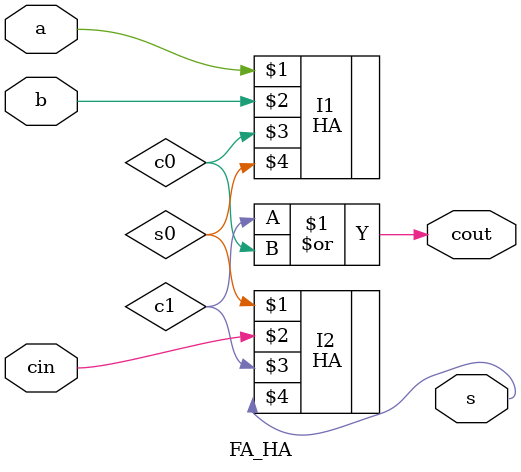
<source format=sv>
module FA_HA(a,b,cin,s,cout);
input logic a,b,cin;
output logic s,cout;
logic s0,c0,c1;
HA  I1(a,b,c0,s0);
HA  I2(s0,cin,c1,s);
assign cout = c1|c0;

endmodule

</source>
